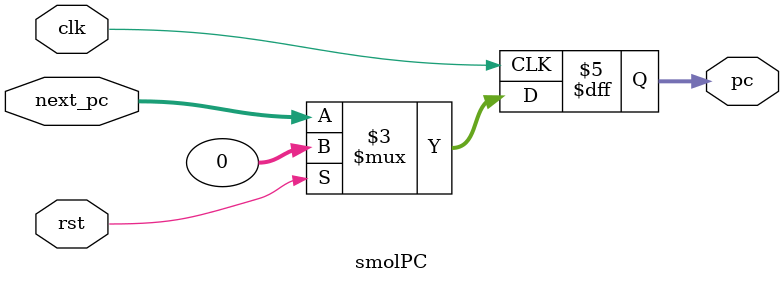
<source format=sv>
module smolPC (
  input logic clk,
  input logic rst,
  input logic [31:0] next_pc,	// pc+4 or branch tgt
  output logic [31:0] pc	
);

  always_ff @(posedge clk) begin
   if (rst)
    pc <= 32'h0000_0000;
   else
    pc <= next_pc;
  end
endmodule

</source>
